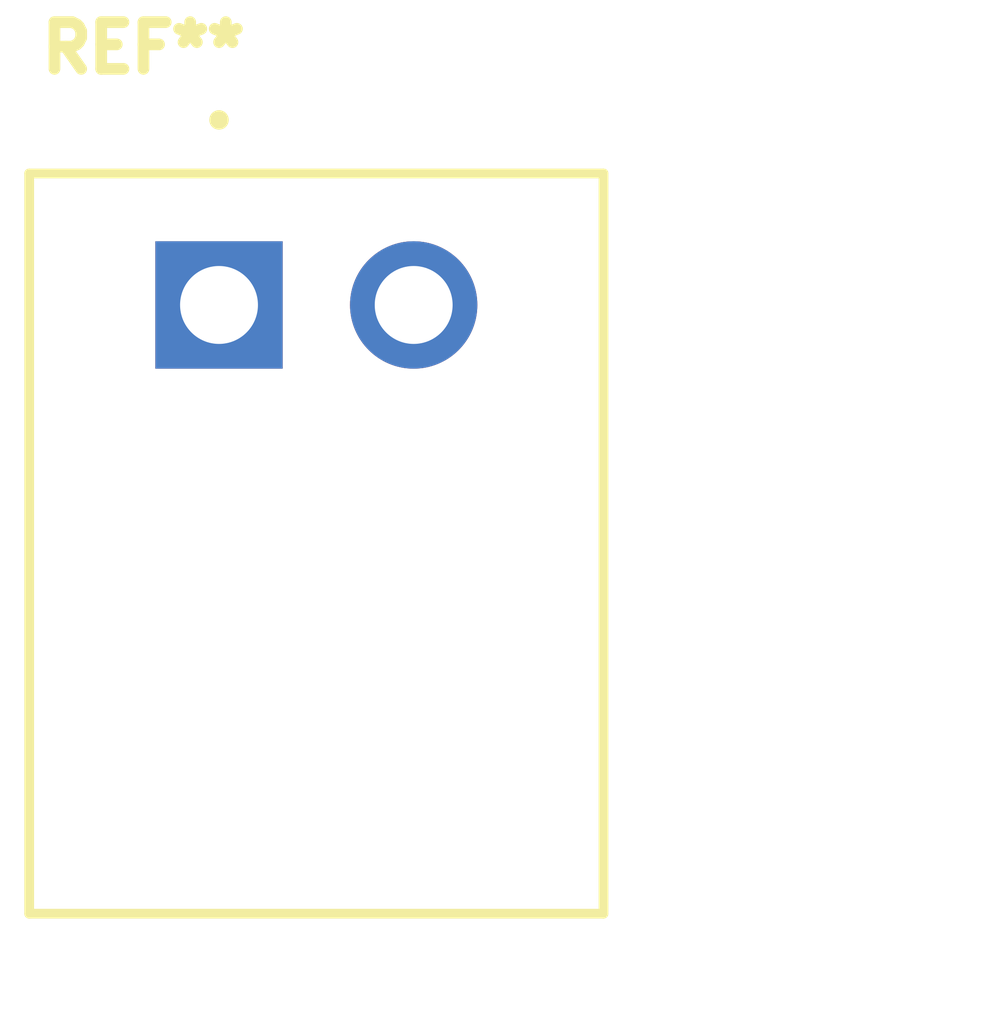
<source format=kicad_pcb>
(kicad_pcb (version 20241229) (generator "atopile") (generator_version "0.12.4")
  (layers (0 "F.Cu" signal) (31 "B.Cu" signal) (34 "B.Paste" user) (35 "F.Paste" user) (36 "B.SilkS" user "B.Silkscreen") (37 "F.SilkS" user "F.Silkscreen") (38 "B.Mask" user) (39 "F.Mask" user) (44 "Edge.Cuts" user))
  (net 0 "")
  (net 1 "VCC")
  (net 2 "GND")
  (footprint "S2B-PH-K-S:S2B-PH-K-S" (layer "F.Cu") (at 0 0 0)
    (property "Reference" "CN1" (hide yes))
    (property "Value" "" (hide yes))
    (fp_line (start -2.95 -1.35) (end 2.95 -1.35) (layer "F.SilkS"))
    (fp_line (start 2.95 -1.35) (end 2.95 6.25) (layer "F.SilkS"))
    (fp_line (start -2.95 6.25) (end -2.95 -1.35) (layer "F.SilkS"))
    (fp_line (start 2.95 6.25) (end -2.95 6.25) (layer "F.SilkS"))
    (fp_circle (center -1 -1.9) (end -0.9 -1.9) (layer "F.SilkS"))
    (fp_text reference "REF**" (at -1.776 -2.6398 0) (layer "F.SilkS") (effects (font (size 0.48 0.48))))
    (fp_text value "JST_S2B-PH-K-S")
    (pad "2" thru_hole circle (at 1 0 0) (size 1.308 1.308) (drill 0.8) (layers "*.Cu" "*.Mask") (net 2 "GND"))
    (pad "1" thru_hole rect (at -1 0 0) (size 1.308 1.308) (drill 0.8) (layers "*.Cu" "*.Mask") (net 1 "VCC"))
  )
)
</source>
